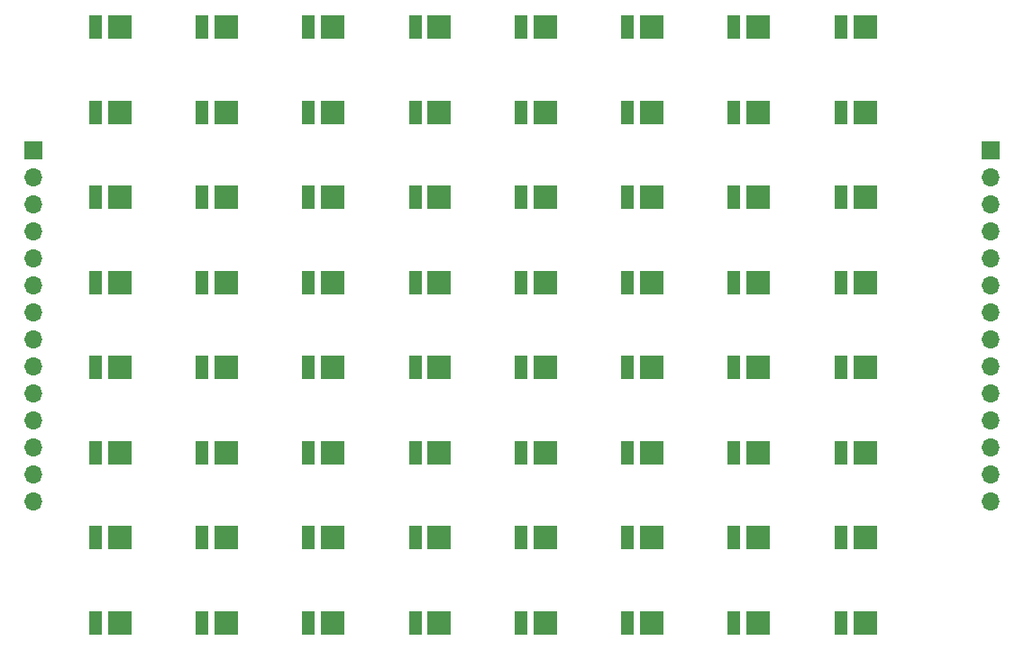
<source format=gbs>
%TF.GenerationSoftware,KiCad,Pcbnew,(6.0.5)*%
%TF.CreationDate,2022-10-16T21:39:42+03:00*%
%TF.ProjectId,LED_MATRIX,4c45445f-4d41-4545-9249-582e6b696361,rev?*%
%TF.SameCoordinates,Original*%
%TF.FileFunction,Soldermask,Bot*%
%TF.FilePolarity,Negative*%
%FSLAX46Y46*%
G04 Gerber Fmt 4.6, Leading zero omitted, Abs format (unit mm)*
G04 Created by KiCad (PCBNEW (6.0.5)) date 2022-10-16 21:39:42*
%MOMM*%
%LPD*%
G01*
G04 APERTURE LIST*
%ADD10R,1.700000X1.700000*%
%ADD11O,1.700000X1.700000*%
%ADD12R,2.200000X2.200000*%
%ADD13R,1.250000X2.200000*%
G04 APERTURE END LIST*
D10*
%TO.C,REF\u002A\u002A*%
X151360000Y-71050000D03*
D11*
X151360000Y-73590000D03*
X151360000Y-76130000D03*
X151360000Y-78670000D03*
X151360000Y-81210000D03*
X151360000Y-83750000D03*
X151360000Y-86290000D03*
X151360000Y-88830000D03*
X151360000Y-91370000D03*
X151360000Y-93910000D03*
X151360000Y-96450000D03*
X151360000Y-98990000D03*
X151360000Y-101530000D03*
X151360000Y-104070000D03*
%TD*%
D10*
%TO.C,REF\u002A\u002A*%
X61460000Y-71066275D03*
D11*
X61460000Y-73606275D03*
X61460000Y-76146275D03*
X61460000Y-78686275D03*
X61460000Y-81226275D03*
X61460000Y-83766275D03*
X61460000Y-86306275D03*
X61460000Y-88846275D03*
X61460000Y-91386275D03*
X61460000Y-93926275D03*
X61460000Y-96466275D03*
X61460000Y-99006275D03*
X61460000Y-101546275D03*
X61460000Y-104086275D03*
%TD*%
D12*
%TO.C,REF\u002A\u002A*%
X69560000Y-75470000D03*
D13*
X67285000Y-75470000D03*
%TD*%
D12*
%TO.C,REF\u002A\u002A*%
X119560000Y-67470000D03*
D13*
X117285000Y-67470000D03*
%TD*%
D12*
%TO.C,REF\u002A\u002A*%
X99585000Y-115470000D03*
D13*
X97310000Y-115470000D03*
%TD*%
D12*
%TO.C,REF\u002A\u002A*%
X119560000Y-107470000D03*
D13*
X117285000Y-107470000D03*
%TD*%
D12*
%TO.C,REF\u002A\u002A*%
X79560000Y-99470000D03*
D13*
X77285000Y-99470000D03*
%TD*%
D12*
%TO.C,REF\u002A\u002A*%
X99585000Y-75470000D03*
D13*
X97310000Y-75470000D03*
%TD*%
D12*
%TO.C,REF\u002A\u002A*%
X69560000Y-99470000D03*
D13*
X67285000Y-99470000D03*
%TD*%
D12*
%TO.C,REF\u002A\u002A*%
X79560000Y-83470000D03*
D13*
X77285000Y-83470000D03*
%TD*%
D12*
%TO.C,REF\u002A\u002A*%
X89535000Y-99470000D03*
D13*
X87260000Y-99470000D03*
%TD*%
D12*
%TO.C,REF\u002A\u002A*%
X99585000Y-59470000D03*
D13*
X97310000Y-59470000D03*
%TD*%
D12*
%TO.C,REF\u002A\u002A*%
X139585000Y-107470000D03*
D13*
X137310000Y-107470000D03*
%TD*%
D12*
%TO.C,REF\u002A\u002A*%
X109560000Y-115470000D03*
D13*
X107285000Y-115470000D03*
%TD*%
D12*
%TO.C,REF\u002A\u002A*%
X109560000Y-59470000D03*
D13*
X107285000Y-59470000D03*
%TD*%
D12*
%TO.C,REF\u002A\u002A*%
X99585000Y-107470000D03*
D13*
X97310000Y-107470000D03*
%TD*%
D12*
%TO.C,REF\u002A\u002A*%
X69560000Y-59470000D03*
D13*
X67285000Y-59470000D03*
%TD*%
D12*
%TO.C,REF\u002A\u002A*%
X99585000Y-67470000D03*
D13*
X97310000Y-67470000D03*
%TD*%
D12*
%TO.C,REF\u002A\u002A*%
X109560000Y-99470000D03*
D13*
X107285000Y-99470000D03*
%TD*%
D12*
%TO.C,REF\u002A\u002A*%
X89535000Y-67470000D03*
D13*
X87260000Y-67470000D03*
%TD*%
D12*
%TO.C,REF\u002A\u002A*%
X89535000Y-59470000D03*
D13*
X87260000Y-59470000D03*
%TD*%
D12*
%TO.C,REF\u002A\u002A*%
X99585000Y-99470000D03*
D13*
X97310000Y-99470000D03*
%TD*%
D12*
%TO.C,REF\u002A\u002A*%
X89535000Y-115470000D03*
D13*
X87260000Y-115470000D03*
%TD*%
D12*
%TO.C,REF\u002A\u002A*%
X139585000Y-115470000D03*
D13*
X137310000Y-115470000D03*
%TD*%
D12*
%TO.C,REF\u002A\u002A*%
X79560000Y-91470000D03*
D13*
X77285000Y-91470000D03*
%TD*%
D12*
%TO.C,REF\u002A\u002A*%
X109560000Y-83470000D03*
D13*
X107285000Y-83470000D03*
%TD*%
D12*
%TO.C,REF\u002A\u002A*%
X79560000Y-67470000D03*
D13*
X77285000Y-67470000D03*
%TD*%
D12*
%TO.C,REF\u002A\u002A*%
X129535000Y-83470000D03*
D13*
X127260000Y-83470000D03*
%TD*%
D12*
%TO.C,REF\u002A\u002A*%
X79560000Y-75470000D03*
D13*
X77285000Y-75470000D03*
%TD*%
D12*
%TO.C,REF\u002A\u002A*%
X139585000Y-99470000D03*
D13*
X137310000Y-99470000D03*
%TD*%
D12*
%TO.C,REF\u002A\u002A*%
X129535000Y-91470000D03*
D13*
X127260000Y-91470000D03*
%TD*%
D12*
%TO.C,REF\u002A\u002A*%
X89535000Y-83470000D03*
D13*
X87260000Y-83470000D03*
%TD*%
D12*
%TO.C,REF\u002A\u002A*%
X69560000Y-91470000D03*
D13*
X67285000Y-91470000D03*
%TD*%
D12*
%TO.C,REF\u002A\u002A*%
X119560000Y-99470000D03*
D13*
X117285000Y-99470000D03*
%TD*%
D12*
%TO.C,REF\u002A\u002A*%
X129535000Y-59470000D03*
D13*
X127260000Y-59470000D03*
%TD*%
D12*
%TO.C,REF\u002A\u002A*%
X119560000Y-59470000D03*
D13*
X117285000Y-59470000D03*
%TD*%
D12*
%TO.C,REF\u002A\u002A*%
X69560000Y-115470000D03*
D13*
X67285000Y-115470000D03*
%TD*%
D12*
%TO.C,REF\u002A\u002A*%
X139585000Y-59470000D03*
D13*
X137310000Y-59470000D03*
%TD*%
D12*
%TO.C,REF\u002A\u002A*%
X119560000Y-83470000D03*
D13*
X117285000Y-83470000D03*
%TD*%
D12*
%TO.C,REF\u002A\u002A*%
X109560000Y-107470000D03*
D13*
X107285000Y-107470000D03*
%TD*%
D12*
%TO.C,REF\u002A\u002A*%
X69560000Y-83470000D03*
D13*
X67285000Y-83470000D03*
%TD*%
D12*
%TO.C,REF\u002A\u002A*%
X119560000Y-91470000D03*
D13*
X117285000Y-91470000D03*
%TD*%
D12*
%TO.C,REF\u002A\u002A*%
X129535000Y-67470000D03*
D13*
X127260000Y-67470000D03*
%TD*%
D12*
%TO.C,REF\u002A\u002A*%
X129535000Y-75470000D03*
D13*
X127260000Y-75470000D03*
%TD*%
D12*
%TO.C,REF\u002A\u002A*%
X79560000Y-107470000D03*
D13*
X77285000Y-107470000D03*
%TD*%
D12*
%TO.C,REF\u002A\u002A*%
X69560000Y-67470000D03*
D13*
X67285000Y-67470000D03*
%TD*%
D12*
%TO.C,REF\u002A\u002A*%
X89535000Y-91470000D03*
D13*
X87260000Y-91470000D03*
%TD*%
D12*
%TO.C,REF\u002A\u002A*%
X99585000Y-83470000D03*
D13*
X97310000Y-83470000D03*
%TD*%
D12*
%TO.C,REF\u002A\u002A*%
X139585000Y-67470000D03*
D13*
X137310000Y-67470000D03*
%TD*%
D12*
%TO.C,REF\u002A\u002A*%
X109560000Y-67470000D03*
D13*
X107285000Y-67470000D03*
%TD*%
D12*
%TO.C,REF\u002A\u002A*%
X139585000Y-75470000D03*
D13*
X137310000Y-75470000D03*
%TD*%
D12*
%TO.C,REF\u002A\u002A*%
X139585000Y-91470000D03*
D13*
X137310000Y-91470000D03*
%TD*%
D12*
%TO.C,REF\u002A\u002A*%
X109560000Y-91470000D03*
D13*
X107285000Y-91470000D03*
%TD*%
D12*
%TO.C,REF\u002A\u002A*%
X119560000Y-115470000D03*
D13*
X117285000Y-115470000D03*
%TD*%
D12*
%TO.C,REF\u002A\u002A*%
X109560000Y-75470000D03*
D13*
X107285000Y-75470000D03*
%TD*%
D12*
%TO.C,REF\u002A\u002A*%
X79560000Y-59470000D03*
D13*
X77285000Y-59470000D03*
%TD*%
D12*
%TO.C,REF\u002A\u002A*%
X79560000Y-115470000D03*
D13*
X77285000Y-115470000D03*
%TD*%
D12*
%TO.C,REF\u002A\u002A*%
X129535000Y-107470000D03*
D13*
X127260000Y-107470000D03*
%TD*%
D12*
%TO.C,REF\u002A\u002A*%
X99585000Y-91470000D03*
D13*
X97310000Y-91470000D03*
%TD*%
D12*
%TO.C,REF\u002A\u002A*%
X129535000Y-115470000D03*
D13*
X127260000Y-115470000D03*
%TD*%
D12*
%TO.C,REF\u002A\u002A*%
X69560000Y-107470000D03*
D13*
X67285000Y-107470000D03*
%TD*%
D12*
%TO.C,REF\u002A\u002A*%
X89535000Y-75470000D03*
D13*
X87260000Y-75470000D03*
%TD*%
D12*
%TO.C,REF\u002A\u002A*%
X119560000Y-75470000D03*
D13*
X117285000Y-75470000D03*
%TD*%
D12*
%TO.C,REF\u002A\u002A*%
X129535000Y-99470000D03*
D13*
X127260000Y-99470000D03*
%TD*%
D12*
%TO.C,REF\u002A\u002A*%
X89535000Y-107470000D03*
D13*
X87260000Y-107470000D03*
%TD*%
D12*
%TO.C,REF\u002A\u002A*%
X139585000Y-83470000D03*
D13*
X137310000Y-83470000D03*
%TD*%
M02*

</source>
